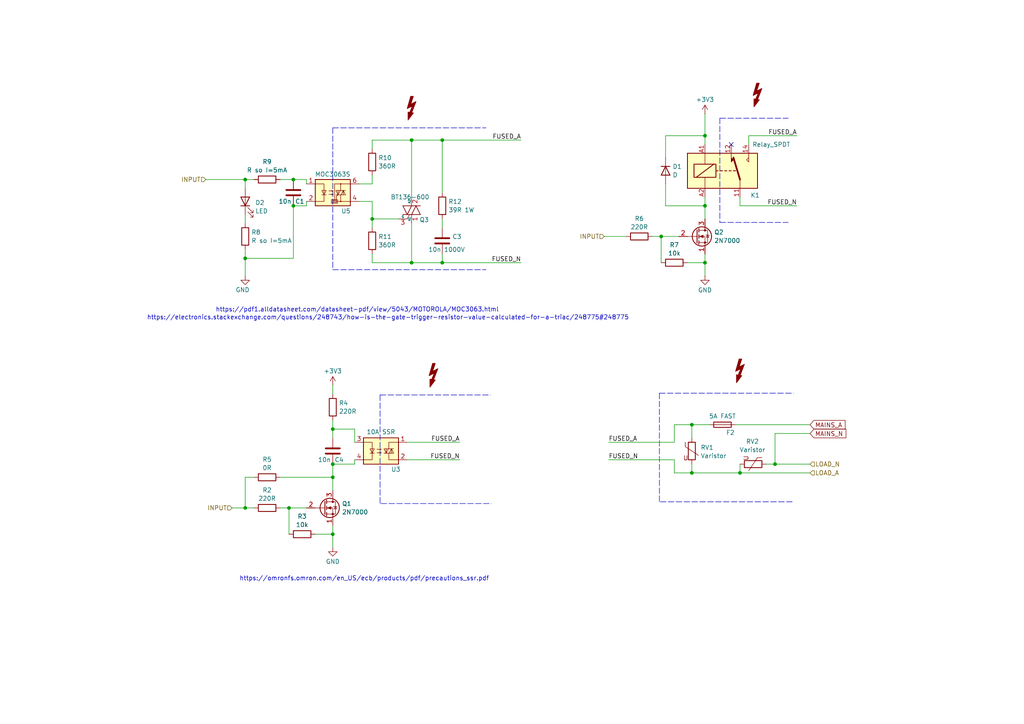
<source format=kicad_sch>
(kicad_sch (version 20231120) (generator "eeschema") (generator_version "8.0")
  (paper "A4")
  (lib_symbols
    (symbol "Device:C" (pin_numbers hide) (pin_names (offset 0.254))
      (property "Reference" "C" (at 0.635 2.54 0))
      (property "Value" "C" (at 0.635 -2.54 0))
      (symbol "C_0_1"
        (polyline (pts (xy -2.032 -0.762) (xy 2.032 -0.762)) (stroke (width 0.508)))
        (polyline (pts (xy -2.032 0.762) (xy 2.032 0.762)) (stroke (width 0.508)))
      )
      (symbol "C_1_1"
        (pin passive line (at 0 3.81 270) (length 2.794) (name "~") (number "1"))
        (pin passive line (at 0 -3.81 90) (length 2.794) (name "~") (number "2"))
      )
    )
    (symbol "Device:D" (pin_numbers hide) (pin_names (offset 1.016) hide)
      (property "Reference" "D" (at 0 2.54 0))
      (property "Value" "D" (at 0 -2.54 0))
      (symbol "D_0_1"
        (polyline (pts (xy -1.27 1.27) (xy -1.27 -1.27)) (stroke (width 0.254)))
        (polyline (pts (xy 1.27 0) (xy -1.27 0)))
        (polyline (pts (xy 1.27 1.27) (xy 1.27 -1.27) (xy -1.27 0) (xy 1.27 1.27)) (stroke (width 0.254)))
      )
      (symbol "D_1_1"
        (pin passive line (at -3.81 0 0) (length 2.54) (name "K") (number "1"))
        (pin passive line (at 3.81 0 180) (length 2.54) (name "A") (number "2"))
      )
    )
    (symbol "Device:Fuse" (pin_numbers hide) (pin_names (offset 0))
      (property "Reference" "F" (at 2.032 0 90))
      (property "Value" "Fuse" (at -1.905 0 90))
      (symbol "Fuse_0_1"
        (rectangle (start -0.762 -2.54) (end 0.762 2.54) (stroke (width 0.254)))
        (polyline (pts (xy 0 2.54) (xy 0 -2.54)))
      )
      (symbol "Fuse_1_1"
        (pin passive line (at 0 3.81 270) (length 1.27) (name "~") (number "1"))
        (pin passive line (at 0 -3.81 90) (length 1.27) (name "~") (number "2"))
      )
    )
    (symbol "Device:LED" (pin_numbers hide) (pin_names (offset 1.016) hide)
      (property "Reference" "D" (at 0 2.54 0))
      (property "Value" "LED" (at 0 -2.54 0))
      (symbol "LED_0_1"
        (polyline (pts (xy -1.27 -1.27) (xy -1.27 1.27)) (stroke (width 0.254)))
        (polyline (pts (xy -1.27 0) (xy 1.27 0)))
        (polyline (pts (xy 1.27 -1.27) (xy 1.27 1.27) (xy -1.27 0) (xy 1.27 -1.27)) (stroke (width 0.254)))
        (polyline (pts (xy -3.048 -0.762) (xy -4.572 -2.286) (xy -3.81 -2.286) (xy -4.572 -2.286) (xy -4.572 -1.524)))
        (polyline (pts (xy -1.778 -0.762) (xy -3.302 -2.286) (xy -2.54 -2.286) (xy -3.302 -2.286) (xy -3.302 -1.524)))
      )
      (symbol "LED_1_1"
        (pin passive line (at -3.81 0 0) (length 2.54) (name "K") (number "1"))
        (pin passive line (at 3.81 0 180) (length 2.54) (name "A") (number "2"))
      )
    )
    (symbol "Device:R" (pin_numbers hide) (pin_names (offset 0))
      (property "Reference" "R" (at 2.032 0 90))
      (property "Value" "R" (at 0 0 90))
      (symbol "R_0_1"
        (rectangle (start -1.016 -2.54) (end 1.016 2.54) (stroke (width 0.254)))
      )
      (symbol "R_1_1"
        (pin passive line (at 0 3.81 270) (length 1.27) (name "~") (number "1"))
        (pin passive line (at 0 -3.81 90) (length 1.27) (name "~") (number "2"))
      )
    )
    (symbol "Device:Varistor" (pin_numbers hide) (pin_names (offset 0))
      (property "Reference" "RV" (at 3.175 0 90))
      (property "Value" "Varistor" (at -3.175 0 90))
      (symbol "Varistor_0_0"
        (text "U" (at -1.778 -2.032 0) (effects (font (size 1.27 1.27))))
      )
      (symbol "Varistor_0_1"
        (rectangle (start -1.016 -2.54) (end 1.016 2.54) (stroke (width 0.254)))
        (polyline (pts (xy -1.905 2.54) (xy -1.905 1.27) (xy 1.905 -1.27)))
      )
      (symbol "Varistor_1_1"
        (pin passive line (at 0 3.81 270) (length 1.27) (name "~") (number "1"))
        (pin passive line (at 0 -3.81 90) (length 1.27) (name "~") (number "2"))
      )
    )
    (symbol "Graphic:SYM_Flash_Small" (in_bom no) (on_board no)
      (symbol "SYM_Flash_Small_0_1"
        (polyline (pts (xy 0.508 -1.016) (xy -1.016 -0.762) (xy -1.016 -3.048) (xy 0.508 -1.016)) (stroke (width 0.2032)) (fill (type outline)))
        (polyline (pts (xy -0.254 3.81) (xy 0.508 3.81) (xy -0.254 1.524) (xy 1.27 2.286) (xy 0 -1.016) (xy -0.508 -0.762) (xy 0.254 1.016) (xy -1.27 0.254) (xy -0.254 3.81)) (stroke (width 0.2032)) (fill (type outline)))
      )
    )
    (symbol "Relay:Relay_SPDT"
      (property "Reference" "K" (at 11.43 3.81 0))
      (property "Value" "Relay_SPDT" (at 11.43 1.27 0))
      (symbol "Relay_SPDT_0_0"
        (polyline (pts (xy 7.62 5.08) (xy 7.62 2.54) (xy 6.985 3.175) (xy 7.62 3.81)))
      )
      (symbol "Relay_SPDT_0_1"
        (rectangle (start -10.16 5.08) (end 10.16 -5.08) (stroke (width 0.254)) (fill (type background)))
        (rectangle (start -8.255 1.905) (end -1.905 -1.905) (stroke (width 0.254)))
        (polyline (pts (xy -7.62 -1.905) (xy -2.54 1.905)) (stroke (width 0.254)))
        (polyline (pts (xy -5.08 -5.08) (xy -5.08 -1.905)))
        (polyline (pts (xy -5.08 5.08) (xy -5.08 1.905)))
        (polyline (pts (xy -1.905 0) (xy -1.27 0)) (stroke (width 0.254)))
        (polyline (pts (xy -0.635 0) (xy 0 0)) (stroke (width 0.254)))
        (polyline (pts (xy 0.635 0) (xy 1.27 0)) (stroke (width 0.254)))
        (polyline (pts (xy 1.905 0) (xy 2.54 0)) (stroke (width 0.254)))
        (polyline (pts (xy 3.175 0) (xy 3.81 0)) (stroke (width 0.254)))
        (polyline (pts (xy 5.08 -2.54) (xy 3.175 3.81)) (stroke (width 0.508)))
        (polyline (pts (xy 5.08 -2.54) (xy 5.08 -5.08)))
        (polyline (pts (xy 2.54 5.08) (xy 2.54 2.54) (xy 3.175 3.175) (xy 2.54 3.81)) (fill (type outline)))
      )
      (symbol "Relay_SPDT_1_1"
        (pin passive line (at 5.08 -7.62 90) (length 2.54) (name "~") (number "11"))
        (pin passive line (at 2.54 7.62 270) (length 2.54) (name "~") (number "12"))
        (pin passive line (at 7.62 7.62 270) (length 2.54) (name "~") (number "14"))
        (pin passive line (at -5.08 7.62 270) (length 2.54) (name "~") (number "A1"))
        (pin passive line (at -5.08 -7.62 90) (length 2.54) (name "~") (number "A2"))
      )
    )
    (symbol "Relay_SolidState:MOC3063M"
      (property "Reference" "U" (at -5.08 5.08 0))
      (property "Value" "MOC3063M" (at 0 5.08 0))
      (symbol "MOC3063M_0_0"
        (rectangle (start -0.381 -2.032) (end 1.397 -3.048))
        (polyline (pts (xy 2.286 -2.54) (xy 1.397 -2.54)))
        (polyline (pts (xy 1.524 -0.635) (xy 1.016 -1.016) (xy 1.016 -2.032)))
        (text "ZCD" (at 0.508 -2.54 0) (effects (font (size 0.508 0.508))))
      )
      (symbol "MOC3063M_0_1"
        (rectangle (start -5.08 3.81) (end 5.08 -3.81) (stroke (width 0.254)) (fill (type background)))
        (polyline (pts (xy -3.175 -0.635) (xy -1.905 -0.635)))
        (polyline (pts (xy 1.524 -0.635) (xy 1.524 0.635)))
        (polyline (pts (xy 3.048 0.635) (xy 3.048 -0.635)))
        (polyline (pts (xy 2.286 -0.635) (xy 2.286 -2.54) (xy 5.08 -2.54)))
        (polyline (pts (xy 2.286 0.635) (xy 2.286 2.54) (xy 5.08 2.54)))
        (polyline (pts (xy 2.286 2.54) (xy 0.508 2.54) (xy 0.508 -2.032)))
        (polyline (pts (xy -5.08 2.54) (xy -2.54 2.54) (xy -2.54 -2.54) (xy -5.08 -2.54)))
        (polyline (pts (xy -2.54 -0.635) (xy -3.175 0.635) (xy -1.905 0.635) (xy -2.54 -0.635)))
        (polyline (pts (xy 0.889 -0.635) (xy 3.683 -0.635) (xy 3.048 0.635) (xy 2.413 -0.635)))
        (polyline (pts (xy 3.683 0.635) (xy 0.889 0.635) (xy 1.524 -0.635) (xy 2.159 0.635)))
        (polyline (pts (xy -1.143 -0.508) (xy 0.127 -0.508) (xy -0.254 -0.635) (xy -0.254 -0.381) (xy 0.127 -0.508)))
        (polyline (pts (xy -1.143 0.508) (xy 0.127 0.508) (xy -0.254 0.381) (xy -0.254 0.635) (xy 0.127 0.508)))
        (circle (center 2.286 -2.54) (radius 0.127))
        (circle (center 2.286 2.54) (radius 0.127))
      )
      (symbol "MOC3063M_1_1"
        (pin passive line (at -7.62 2.54 0) (length 2.54) (name "~") (number "1"))
        (pin passive line (at -7.62 -2.54 0) (length 2.54) (name "~") (number "2"))
        (pin no_connect line (at -5.08 0 0) (length 2.54) hide (name "NC") (number "3"))
        (pin passive line (at 7.62 -2.54 180) (length 2.54) (name "~") (number "4"))
        (pin no_connect line (at 5.08 0 180) (length 2.54) hide (name "NC") (number "5"))
        (pin passive line (at 7.62 2.54 180) (length 2.54) (name "~") (number "6"))
      )
    )
    (symbol "Relay_SolidState:S202S01"
      (property "Reference" "U" (at -5.08 5.08 0))
      (property "Value" "S202S01" (at 0 5.08 0))
      (symbol "S202S01_0_1"
        (rectangle (start -5.08 3.81) (end 5.08 -3.81) (stroke (width 0.254)) (fill (type background)))
        (polyline (pts (xy -3.175 -0.635) (xy -1.905 -0.635)))
        (polyline (pts (xy 1.524 -0.635) (xy 1.524 0.635)))
        (polyline (pts (xy 3.048 0.635) (xy 3.048 -0.635)))
        (polyline (pts (xy 2.286 -0.635) (xy 2.286 -2.54) (xy 5.08 -2.54)))
        (polyline (pts (xy 2.286 0.635) (xy 2.286 2.54) (xy 5.08 2.54)))
        (polyline (pts (xy -5.08 2.54) (xy -2.54 2.54) (xy -2.54 -2.54) (xy -5.08 -2.54)))
        (polyline (pts (xy -2.54 -0.635) (xy -3.175 0.635) (xy -1.905 0.635) (xy -2.54 -0.635)))
        (polyline (pts (xy 0.889 -0.635) (xy 3.683 -0.635) (xy 3.048 0.635) (xy 2.413 -0.635)))
        (polyline (pts (xy 3.683 0.635) (xy 0.889 0.635) (xy 1.524 -0.635) (xy 2.159 0.635)))
        (polyline (pts (xy -1.143 -0.508) (xy 0.127 -0.508) (xy -0.254 -0.635) (xy -0.254 -0.381) (xy 0.127 -0.508)))
        (polyline (pts (xy -1.143 0.508) (xy 0.127 0.508) (xy -0.254 0.381) (xy -0.254 0.635) (xy 0.127 0.508)))
      )
      (symbol "S202S01_1_1"
        (pin passive line (at 7.62 2.54 180) (length 2.54) (name "~") (number "1"))
        (pin passive line (at 7.62 -2.54 180) (length 2.54) (name "~") (number "2"))
        (pin passive line (at -7.62 2.54 0) (length 2.54) (name "~") (number "3"))
        (pin passive line (at -7.62 -2.54 0) (length 2.54) (name "~") (number "4"))
      )
    )
    (symbol "Transistor_FET:2N7000" (pin_names hide)
      (property "Reference" "Q" (at 5.08 1.905 0))
      (property "Value" "2N7000" (at 5.08 0 0))
      (symbol "2N7000_0_1"
        (polyline (pts (xy 0.254 0) (xy -2.54 0)))
        (polyline (pts (xy 0.254 1.905) (xy 0.254 -1.905)) (stroke (width 0.254)))
        (polyline (pts (xy 0.762 -1.27) (xy 0.762 -2.286)) (stroke (width 0.254)))
        (polyline (pts (xy 0.762 0.508) (xy 0.762 -0.508)) (stroke (width 0.254)))
        (polyline (pts (xy 0.762 2.286) (xy 0.762 1.27)) (stroke (width 0.254)))
        (polyline (pts (xy 2.54 2.54) (xy 2.54 1.778)))
        (polyline (pts (xy 2.54 -2.54) (xy 2.54 0) (xy 0.762 0)))
        (polyline (pts (xy 0.762 -1.778) (xy 3.302 -1.778) (xy 3.302 1.778) (xy 0.762 1.778)))
        (polyline (pts (xy 1.016 0) (xy 2.032 0.381) (xy 2.032 -0.381) (xy 1.016 0)) (fill (type outline)))
        (polyline (pts (xy 2.794 0.508) (xy 2.921 0.381) (xy 3.683 0.381) (xy 3.81 0.254)))
        (polyline (pts (xy 3.302 0.381) (xy 2.921 -0.254) (xy 3.683 -0.254) (xy 3.302 0.381)))
        (circle (center 1.651 0) (radius 2.794) (stroke (width 0.254)))
        (circle (center 2.54 -1.778) (radius 0.254) (fill (type outline)))
        (circle (center 2.54 1.778) (radius 0.254) (fill (type outline)))
      )
      (symbol "2N7000_1_1"
        (pin passive line (at 2.54 -5.08 90) (length 2.54) (name "S") (number "1"))
        (pin input line (at -5.08 0 0) (length 2.54) (name "G") (number "2"))
        (pin passive line (at 2.54 5.08 270) (length 2.54) (name "D") (number "3"))
      )
    )
    (symbol "Triac_Thyristor:BT136-600" (pin_names (offset 0))
      (property "Reference" "Q" (at 5.08 1.905 0))
      (property "Value" "BT136-600" (at 5.08 0 0))
      (symbol "BT136-600_0_1"
        (polyline (pts (xy -2.54 -1.27) (xy 2.54 -1.27)) (stroke (width 0.2032)))
        (polyline (pts (xy -2.54 1.27) (xy 2.54 1.27)) (stroke (width 0.2032)))
        (polyline (pts (xy -1.27 -2.54) (xy -0.635 -1.27)))
        (polyline (pts (xy -2.54 1.27) (xy -1.27 -1.27) (xy 0 1.27)) (stroke (width 0.2032)))
        (polyline (pts (xy 0 -1.27) (xy 1.27 1.27) (xy 2.54 -1.27)) (stroke (width 0.2032)))
      )
      (symbol "BT136-600_1_1"
        (pin passive line (at 0 -3.81 90) (length 2.54) (name "A1") (number "1"))
        (pin passive line (at 0 3.81 270) (length 2.54) (name "A2") (number "2"))
        (pin input line (at -3.81 -2.54 0) (length 2.54) (name "G") (number "3"))
      )
    )
    (symbol "power:+3V3" (power) (pin_numbers hide) (pin_names (offset 0) hide)
      (property "Value" "+3V3" (at 0 3.556 0))
      (symbol "+3V3_0_1"
        (polyline (pts (xy -0.762 1.27) (xy 0 2.54)))
        (polyline (pts (xy 0 0) (xy 0 2.54)))
        (polyline (pts (xy 0 2.54) (xy 0.762 1.27)))
      )
      (symbol "+3V3_1_1"
        (pin power_in line (at 0 0 90) (length 0) (name "~") (number "1"))
      )
    )
    (symbol "power:GND" (power) (pin_numbers hide) (pin_names (offset 0) hide)
      (property "Value" "GND" (at 0 -3.81 0))
      (symbol "GND_0_1"
        (polyline (pts (xy 0 0) (xy 0 -1.27) (xy 1.27 -1.27) (xy 0 -2.54) (xy -1.27 -1.27) (xy 0 -1.27)))
      )
      (symbol "GND_1_1"
        (pin power_in line (at 0 0 270) (length 0) (name "~") (number "1"))
      )
    )
  )
  (junction (at 85.09 59.69))
  (junction (at 200.66 123.19))
  (junction (at 214.63 137.16))
  (junction (at 96.52 124.46))
  (junction (at 204.47 39.37))
  (junction (at 83.82 147.32))
  (junction (at 191.77 68.58))
  (junction (at 200.66 137.16))
  (junction (at 119.38 40.64))
  (junction (at 71.12 52.07))
  (junction (at 107.95 63.5))
  (junction (at 204.47 76.2))
  (junction (at 71.12 147.32))
  (junction (at 96.52 138.43))
  (junction (at 224.79 134.62))
  (junction (at 128.27 76.2))
  (junction (at 96.52 134.62))
  (junction (at 96.52 154.94))
  (junction (at 128.27 40.64))
  (junction (at 204.47 59.69))
  (junction (at 85.09 52.07))
  (junction (at 119.38 76.2))
  (junction (at 71.12 74.93))
  (no_connect (at 212.09 41.91))
  (wire (pts (xy 200.66 137.16) (xy 214.63 137.16)))
  (polyline (pts (xy 208.788 64.516) (xy 228.6 64.516)) (stroke (width 0) (type dash)))
  (wire (pts (xy 193.04 39.37) (xy 193.04 45.72)))
  (wire (pts (xy 83.82 147.32) (xy 88.9 147.32)))
  (wire (pts (xy 204.47 57.15) (xy 204.47 59.69)))
  (wire (pts (xy 224.79 125.73) (xy 234.95 125.73)))
  (wire (pts (xy 88.9 52.07) (xy 85.09 52.07)))
  (wire (pts (xy 107.95 73.66) (xy 107.95 76.2)))
  (wire (pts (xy 128.27 73.66) (xy 128.27 76.2)))
  (wire (pts (xy 128.27 63.5) (xy 128.27 66.04)))
  (wire (pts (xy 59.69 52.07) (xy 71.12 52.07)))
  (polyline (pts (xy 191.262 114.046) (xy 191.262 145.542)) (stroke (width 0) (type dash)))
  (wire (pts (xy 96.52 154.94) (xy 96.52 158.75)))
  (wire (pts (xy 88.9 53.34) (xy 88.9 52.07)))
  (wire (pts (xy 193.04 39.37) (xy 204.47 39.37)))
  (wire (pts (xy 234.95 123.19) (xy 213.36 123.19)))
  (wire (pts (xy 71.12 74.93) (xy 85.09 74.93)))
  (polyline (pts (xy 110.236 114.554) (xy 110.236 146.05)) (stroke (width 0) (type dash)))
  (wire (pts (xy 118.11 133.35) (xy 133.35 133.35)))
  (wire (pts (xy 83.82 147.32) (xy 83.82 154.94)))
  (wire (pts (xy 222.25 134.62) (xy 224.79 134.62)))
  (polyline (pts (xy 96.52 37.084) (xy 140.97 37.084)) (stroke (width 0) (type dash)))
  (wire (pts (xy 96.52 124.46) (xy 96.52 127)))
  (wire (pts (xy 191.77 68.58) (xy 191.77 76.2)))
  (wire (pts (xy 204.47 73.66) (xy 204.47 76.2)))
  (polyline (pts (xy 96.52 37.084) (xy 96.52 78.232)) (stroke (width 0) (type dash)))
  (wire (pts (xy 217.17 39.37) (xy 231.14 39.37)))
  (wire (pts (xy 71.12 138.43) (xy 71.12 147.32)))
  (wire (pts (xy 199.39 76.2) (xy 204.47 76.2)))
  (wire (pts (xy 214.63 57.15) (xy 214.63 59.69)))
  (wire (pts (xy 204.47 39.37) (xy 204.47 41.91)))
  (wire (pts (xy 176.53 128.27) (xy 195.58 128.27)))
  (wire (pts (xy 118.11 128.27) (xy 133.35 128.27)))
  (wire (pts (xy 107.95 58.42) (xy 107.95 63.5)))
  (polyline (pts (xy 96.52 78.232) (xy 140.97 78.232)) (stroke (width 0) (type dash)))
  (wire (pts (xy 214.63 59.69) (xy 231.14 59.69)))
  (wire (pts (xy 191.77 68.58) (xy 196.85 68.58)))
  (wire (pts (xy 119.38 76.2) (xy 128.27 76.2)))
  (wire (pts (xy 200.66 134.62) (xy 200.66 137.16)))
  (wire (pts (xy 88.9 59.69) (xy 85.09 59.69)))
  (wire (pts (xy 224.79 134.62) (xy 224.79 125.73)))
  (polyline (pts (xy 110.49 146.05) (xy 142.494 146.05)) (stroke (width 0) (type dash)))
  (wire (pts (xy 102.87 134.62) (xy 102.87 133.35)))
  (wire (pts (xy 71.12 74.93) (xy 71.12 80.01)))
  (wire (pts (xy 96.52 124.46) (xy 102.87 124.46)))
  (wire (pts (xy 73.66 138.43) (xy 71.12 138.43)))
  (wire (pts (xy 107.95 50.8) (xy 107.95 53.34)))
  (wire (pts (xy 128.27 40.64) (xy 151.13 40.64)))
  (wire (pts (xy 71.12 72.39) (xy 71.12 74.93)))
  (wire (pts (xy 71.12 62.23) (xy 71.12 64.77)))
  (polyline (pts (xy 208.788 34.29) (xy 208.788 64.516)) (stroke (width 0) (type dash)))
  (wire (pts (xy 107.95 63.5) (xy 107.95 66.04)))
  (wire (pts (xy 214.63 134.62) (xy 214.63 137.16)))
  (wire (pts (xy 119.38 40.64) (xy 128.27 40.64)))
  (wire (pts (xy 96.52 152.4) (xy 96.52 154.94)))
  (wire (pts (xy 128.27 76.2) (xy 151.13 76.2)))
  (wire (pts (xy 104.14 53.34) (xy 107.95 53.34)))
  (wire (pts (xy 96.52 138.43) (xy 96.52 142.24)))
  (wire (pts (xy 128.27 40.64) (xy 128.27 55.88)))
  (wire (pts (xy 217.17 41.91) (xy 217.17 39.37)))
  (polyline (pts (xy 110.236 114.554) (xy 142.24 114.554)) (stroke (width 0) (type dash)))
  (wire (pts (xy 81.28 147.32) (xy 83.82 147.32)))
  (wire (pts (xy 204.47 76.2) (xy 204.47 80.01)))
  (wire (pts (xy 200.66 123.19) (xy 195.58 123.19)))
  (wire (pts (xy 67.31 147.32) (xy 71.12 147.32)))
  (wire (pts (xy 71.12 52.07) (xy 71.12 54.61)))
  (wire (pts (xy 104.14 58.42) (xy 107.95 58.42)))
  (wire (pts (xy 193.04 59.69) (xy 204.47 59.69)))
  (wire (pts (xy 102.87 124.46) (xy 102.87 128.27)))
  (wire (pts (xy 195.58 123.19) (xy 195.58 128.27)))
  (wire (pts (xy 107.95 76.2) (xy 119.38 76.2)))
  (wire (pts (xy 234.95 134.62) (xy 224.79 134.62)))
  (wire (pts (xy 81.28 138.43) (xy 96.52 138.43)))
  (wire (pts (xy 88.9 58.42) (xy 88.9 59.69)))
  (polyline (pts (xy 191.262 114.046) (xy 230.124 114.046)) (stroke (width 0) (type dash)))
  (wire (pts (xy 96.52 134.62) (xy 102.87 134.62)))
  (wire (pts (xy 71.12 147.32) (xy 73.66 147.32)))
  (wire (pts (xy 96.52 111.76) (xy 96.52 114.3)))
  (wire (pts (xy 193.04 59.69) (xy 193.04 53.34)))
  (wire (pts (xy 119.38 76.2) (xy 119.38 64.77)))
  (wire (pts (xy 107.95 40.64) (xy 119.38 40.64)))
  (polyline (pts (xy 191.516 145.542) (xy 230.124 145.542)) (stroke (width 0) (type dash)))
  (wire (pts (xy 71.12 52.07) (xy 73.66 52.07)))
  (wire (pts (xy 96.52 134.62) (xy 96.52 138.43)))
  (wire (pts (xy 176.53 133.35) (xy 195.58 133.35)))
  (wire (pts (xy 85.09 59.69) (xy 85.09 74.93)))
  (wire (pts (xy 91.44 154.94) (xy 96.52 154.94)))
  (wire (pts (xy 204.47 33.02) (xy 204.47 39.37)))
  (wire (pts (xy 214.63 137.16) (xy 234.95 137.16)))
  (wire (pts (xy 107.95 40.64) (xy 107.95 43.18)))
  (wire (pts (xy 119.38 40.64) (xy 119.38 57.15)))
  (wire (pts (xy 204.47 59.69) (xy 204.47 63.5)))
  (wire (pts (xy 195.58 137.16) (xy 195.58 133.35)))
  (wire (pts (xy 205.74 123.19) (xy 200.66 123.19)))
  (wire (pts (xy 175.26 68.58) (xy 181.61 68.58)))
  (polyline (pts (xy 208.788 34.29) (xy 228.6 34.29)) (stroke (width 0) (type dash)))
  (wire (pts (xy 200.66 123.19) (xy 200.66 127)))
  (wire (pts (xy 81.28 52.07) (xy 85.09 52.07)))
  (wire (pts (xy 107.95 63.5) (xy 115.57 63.5)))
  (wire (pts (xy 189.23 68.58) (xy 191.77 68.58)))
  (wire (pts (xy 96.52 121.92) (xy 96.52 124.46)))
  (wire (pts (xy 195.58 137.16) (xy 200.66 137.16)))
  (text "https://pdf1.alldatasheet.com/datasheet-pdf/view/5043/MOTOROLA/MOC3063.html" (at 103.632 89.916 0) (effects (font (size 1.27 1.27))))
  (text "https://electronics.stackexchange.com/questions/248743/how-is-the-gate-trigger-resistor-value-calculated-for-a-triac/248775#248775" (at 112.522 92.202 0) (effects (font (size 1.27 1.27))))
  (text "https://omronfs.omron.com/en_US/ecb/products/pdf/precautions_ssr.pdf" (at 105.664 167.894 0) (effects (font (size 1.27 1.27))))
  (label "FUSED_A" (at 176.53 128.27 0))
  (label "FUSED_N" (at 133.35 133.35 180))
  (label "FUSED_A" (at 133.35 128.27 180))
  (label "FUSED_A" (at 151.13 40.64 180))
  (label "FUSED_A" (at 231.14 39.37 180))
  (label "FUSED_N" (at 231.14 59.69 180))
  (label "FUSED_N" (at 176.53 133.35 0))
  (label "FUSED_N" (at 151.13 76.2 180))
  (global_label "MAINS_A" (shape input) (at 234.95 123.19 0) (property "Intersheetrefs" "${INTERSHEET_REFS}" (effects (hide yes))))
  (global_label "MAINS_N" (shape input) (at 234.95 125.73 0) (property "Intersheetrefs" "${INTERSHEET_REFS}" (effects (hide yes))))
  (hierarchical_label "INPUT" (shape input) (at 67.31 147.32 180))
  (hierarchical_label "LOAD_A" (shape input) (at 234.95 137.16 0))
  (hierarchical_label "LOAD_N" (shape input) (at 234.95 134.62 0))
  (hierarchical_label "INPUT" (shape input) (at 175.26 68.58 180))
  (hierarchical_label "INPUT" (shape input) (at 59.69 52.07 180))
  (symbol (lib_id "Triac_Thyristor:BT136-600") (at 119.38 60.96 0) (unit 1)
    (property "Reference" "Q3" (at 121.666 63.754 0) (effects (justify left)))
    (property "Value" "BT136-600" (at 113.284 57.15 0) (effects (justify left)))
    (property "Footprint" "Package_TO_SOT_SMD:TO-252-2" (effects (hide yes)))
    (property "Datasheet" "http://www.micropik.com/PDF/BT136-600.pdf" (effects (hide yes)))
    (property "Description" "4A RMS, 500V Off-State Voltage, Triac, TO-220" (effects (hide yes)))
    (property "LCSC" "C5455738" (effects (hide yes)))
    (instances (project "panoboard2" (path "" (reference "Q3") (unit 1)) (path "" (reference "Q5") (unit 1))))
  )
  (symbol (lib_id "Device:R") (at 185.42 68.58 90) (unit 1)
    (property "Reference" "R6" (at 185.42 63.4195 90))
    (property "Value" "220R" (at 185.42 65.8438 90))
    (property "Description" "Resistor" (effects (hide yes)))
    (instances (project "panoboard2" (path "" (reference "R6") (unit 1)) (path "" (reference "R22") (unit 1))))
  )
  (symbol (lib_id "Device:R") (at 107.95 69.85 0) (unit 1)
    (property "Reference" "R11" (at 109.728 68.6378 0) (effects (justify left)))
    (property "Value" "360R" (at 109.728 71.0621 0) (effects (justify left)))
    (property "Description" "Resistor" (effects (hide yes)))
    (instances (project "panoboard2" (path "" (reference "R11") (unit 1)) (path "" (reference "R20") (unit 1))))
  )
  (symbol (lib_id "power:GND") (at 96.52 158.75 0) (unit 1)
    (property "Reference" "#PWR03" (effects (hide yes)))
    (property "Value" "GND" (at 96.52 162.8831 0))
    (property "Description" "Power symbol creates a global label with name \"GND\" , ground" (effects (hide yes)))
    (instances (project "panoboard2" (path "" (reference "#PWR03") (unit 1)) (path "" (reference "#PWR012") (unit 1))))
  )
  (symbol (lib_id "Device:R") (at 87.63 154.94 270) (unit 1)
    (property "Reference" "R3" (at 87.63 149.7795 90))
    (property "Value" "10k" (at 87.63 152.2038 90))
    (property "Description" "Resistor" (effects (hide yes)))
    (instances (project "panoboard2" (path "" (reference "R3") (unit 1)) (path "" (reference "R17") (unit 1))))
  )
  (symbol (lib_id "Device:Varistor") (at 218.44 134.62 270) (unit 1)
    (property "Reference" "RV2" (at 218.2466 128.0481 90))
    (property "Value" "Varistor" (at 218.2466 130.4724 90))
    (property "Description" "Voltage dependent resistor" (effects (hide yes)))
    (property "Sim.Name" "kicad_builtin_varistor" (effects (hide yes)))
    (property "Sim.Device" "SUBCKT" (effects (hide yes)))
    (property "Sim.Pins" "1=A 2=B" (effects (hide yes)))
    (property "Sim.Params" "threshold=1k" (effects (hide yes)))
    (property "Sim.Library" "${KICAD7_SYMBOL_DIR}/Simulation_SPICE.sp" (effects (hide yes)))
    (property "LCSC" "C363189" (effects (hide yes)))
    (instances (project "panoboard2" (path "" (reference "RV2") (unit 1)) (path "" (reference "RV5") (unit 1))))
  )
  (symbol (lib_id "Transistor_FET:2N7000") (at 93.98 147.32 0) (unit 1)
    (property "Reference" "Q1" (at 99.187 146.1078 0) (effects (justify left)))
    (property "Value" "2N7000" (at 99.187 148.5321 0) (effects (justify left)))
    (property "Footprint" "Package_TO_SOT_THT:TO-92_Inline" (effects (hide yes)))
    (property "Datasheet" "https://www.vishay.com/docs/70226/70226.pdf" (effects (hide yes)))
    (property "Description" "0.2A Id, 200V Vds, N-Channel MOSFET, 2.6V Logic Level, TO-92" (effects (hide yes)))
    (instances (project "panoboard2" (path "" (reference "Q1") (unit 1)) (path "" (reference "Q4") (unit 1))))
  )
  (symbol (lib_id "Device:Varistor") (at 200.66 130.81 0) (unit 1)
    (property "Reference" "RV1" (at 203.2 129.7911 0) (effects (justify left)))
    (property "Value" "Varistor" (at 203.2 132.2154 0) (effects (justify left)))
    (property "Description" "Voltage dependent resistor" (effects (hide yes)))
    (property "Sim.Name" "kicad_builtin_varistor" (effects (hide yes)))
    (property "Sim.Device" "SUBCKT" (effects (hide yes)))
    (property "Sim.Pins" "1=A 2=B" (effects (hide yes)))
    (property "Sim.Params" "threshold=1k" (effects (hide yes)))
    (property "Sim.Library" "${KICAD7_SYMBOL_DIR}/Simulation_SPICE.sp" (effects (hide yes)))
    (property "LCSC" "C363189" (effects (hide yes)))
    (instances (project "panoboard2" (path "" (reference "RV1") (unit 1)) (path "" (reference "RV4") (unit 1))))
  )
  (symbol (lib_id "Device:R") (at 77.47 52.07 90) (unit 1)
    (property "Reference" "R9" (at 77.47 46.9095 90))
    (property "Value" "R so I=5mA" (at 77.47 49.3338 90))
    (property "Description" "Resistor" (effects (hide yes)))
    (instances (project "panoboard2" (path "" (reference "R9") (unit 1)) (path "" (reference "R14") (unit 1))))
  )
  (symbol (lib_id "Device:R") (at 71.12 68.58 180) (unit 1)
    (property "Reference" "R8" (at 72.898 67.3678 0) (effects (justify right)))
    (property "Value" "R so I=5mA" (at 72.898 69.7921 0) (effects (justify right)))
    (property "Description" "Resistor" (effects (hide yes)))
    (instances (project "panoboard2" (path "" (reference "R8") (unit 1)) (path "" (reference "R13") (unit 1))))
  )
  (symbol (lib_id "Device:C") (at 85.09 55.88 0) (unit 1)
    (property "Reference" "C1" (at 85.598 58.42 0) (effects (justify left)))
    (property "Value" "10n" (at 80.772 58.42 0) (effects (justify left)))
    (property "Description" "Unpolarized capacitor" (effects (hide yes)))
    (instances (project "panoboard2" (path "" (reference "C1") (unit 1)) (path "" (reference "C5") (unit 1))))
  )
  (symbol (lib_id "Graphic:SYM_Flash_Small") (at 214.63 107.95 0) (unit 1) (exclude_from_sim yes) (in_bom no) (on_board no)
    (property "Reference" "#SYM4" (effects (hide yes)))
    (property "Value" "SYM_Flash_Small" (effects (hide yes)))
    (property "Description" "Flash symbol, small" (effects (hide yes)))
    (instances (project "panoboard2" (path "" (reference "#SYM4") (unit 1)) (path "" (reference "#SYM7") (unit 1))))
  )
  (symbol (lib_id "power:GND") (at 204.47 80.01 0) (unit 1)
    (property "Reference" "#PWR07" (effects (hide yes)))
    (property "Value" "GND" (at 204.47 84.1431 0))
    (property "Description" "Power symbol creates a global label with name \"GND\" , ground" (effects (hide yes)))
    (instances (project "panoboard2" (path "" (reference "#PWR07") (unit 1)) (path "" (reference "#PWR014") (unit 1))))
  )
  (symbol (lib_id "power:GND") (at 71.12 80.01 0) (unit 1)
    (property "Reference" "#PWR08" (effects (hide yes)))
    (property "Value" "GND" (at 70.358 84.074 0))
    (property "Description" "Power symbol creates a global label with name \"GND\" , ground" (effects (hide yes)))
    (instances (project "panoboard2" (path "" (reference "#PWR08") (unit 1)) (path "" (reference "#PWR06") (unit 1))))
  )
  (symbol (lib_id "Device:LED") (at 71.12 58.42 90) (unit 1)
    (property "Reference" "D2" (at 74.041 58.7953 90) (effects (justify right)))
    (property "Value" "LED" (at 74.041 61.2196 90) (effects (justify right)))
    (property "Description" "Light emitting diode" (effects (hide yes)))
    (instances (project "panoboard2" (path "" (reference "D2") (unit 1)) (path "" (reference "D3") (unit 1))))
  )
  (symbol (lib_id "Device:D") (at 193.04 49.53 270) (unit 1)
    (property "Reference" "D1" (at 195.072 48.3178 90) (effects (justify left)))
    (property "Value" "D" (at 195.072 50.7421 90) (effects (justify left)))
    (property "Description" "Diode" (effects (hide yes)))
    (property "Sim.Device" "D" (effects (hide yes)))
    (property "Sim.Pins" "1=K 2=A" (effects (hide yes)))
    (instances (project "panoboard2" (path "" (reference "D1") (unit 1)) (path "" (reference "D4") (unit 1))))
  )
  (symbol (lib_id "Device:R") (at 128.27 59.69 0) (unit 1)
    (property "Reference" "R12" (at 130.048 58.4778 0) (effects (justify left)))
    (property "Value" "39R 1W" (at 130.048 60.9021 0) (effects (justify left)))
    (property "Description" "Resistor" (effects (hide yes)))
    (instances (project "panoboard2" (path "" (reference "R12") (unit 1)) (path "" (reference "R21") (unit 1))))
  )
  (symbol (lib_id "Graphic:SYM_Flash_Small") (at 119.38 31.75 0) (unit 1) (exclude_from_sim yes) (in_bom no) (on_board no)
    (property "Reference" "#SYM1" (effects (hide yes)))
    (property "Value" "SYM_Flash_Small" (effects (hide yes)))
    (property "Description" "Flash symbol, small" (effects (hide yes)))
    (instances (project "panoboard2" (path "" (reference "#SYM1") (unit 1)) (path "" (reference "#SYM5") (unit 1))))
  )
  (symbol (lib_id "Device:R") (at 107.95 46.99 180) (unit 1)
    (property "Reference" "R10" (at 109.728 45.7778 0) (effects (justify right)))
    (property "Value" "360R" (at 109.728 48.2021 0) (effects (justify right)))
    (property "Description" "Resistor" (effects (hide yes)))
    (instances (project "panoboard2" (path "" (reference "R10") (unit 1)) (path "" (reference "R19") (unit 1))))
  )
  (symbol (lib_id "Relay_SolidState:S202S01") (at 110.49 130.81 0) (unit 1)
    (property "Reference" "U3" (at 114.808 136.144 0))
    (property "Value" "10A SSR" (at 110.49 125.2798 0))
    (property "Footprint" "Package_SIP:SIP4_Sharp-SSR_P7.62mm_Straight" (effects (hide yes)))
    (property "Datasheet" "http://www.sharp-world.com/products/device/lineup/data/pdf/datasheet/s102s01_e.pdf" (effects (hide yes)))
    (property "Description" "Random Phase Opto-Triac, Vdrm 600V, Ift 8mA, IT 8A" (effects (hide yes)))
    (instances (project "panoboard2" (path "" (reference "U3") (unit 1)) (path "" (reference "U7") (unit 1))))
  )
  (symbol (lib_id "Device:R") (at 96.52 118.11 180) (unit 1)
    (property "Reference" "R4" (at 98.298 116.8978 0) (effects (justify right)))
    (property "Value" "220R" (at 98.298 119.3221 0) (effects (justify right)))
    (property "Description" "Resistor" (effects (hide yes)))
    (instances (project "panoboard2" (path "" (reference "R4") (unit 1)) (path "" (reference "R18") (unit 1))))
  )
  (symbol (lib_id "Device:R") (at 77.47 147.32 90) (unit 1)
    (property "Reference" "R2" (at 77.47 142.1595 90))
    (property "Value" "220R" (at 77.47 144.5838 90))
    (property "Description" "Resistor" (effects (hide yes)))
    (instances (project "panoboard2" (path "" (reference "R2") (unit 1)) (path "" (reference "R16") (unit 1))))
  )
  (symbol (lib_id "Graphic:SYM_Flash_Small") (at 125.73 109.22 0) (unit 1) (exclude_from_sim yes) (in_bom no) (on_board no)
    (property "Reference" "#SYM3" (effects (hide yes)))
    (property "Value" "SYM_Flash_Small" (effects (hide yes)))
    (property "Description" "Flash symbol, small" (effects (hide yes)))
    (instances (project "panoboard2" (path "" (reference "#SYM3") (unit 1)) (path "" (reference "#SYM6") (unit 1))))
  )
  (symbol (lib_id "Transistor_FET:2N7000") (at 201.93 68.58 0) (unit 1)
    (property "Reference" "Q2" (at 207.137 67.3678 0) (effects (justify left)))
    (property "Value" "2N7000" (at 207.137 69.7921 0) (effects (justify left)))
    (property "Footprint" "Package_TO_SOT_THT:TO-92_Inline" (effects (hide yes)))
    (property "Datasheet" "https://www.vishay.com/docs/70226/70226.pdf" (effects (hide yes)))
    (property "Description" "0.2A Id, 200V Vds, N-Channel MOSFET, 2.6V Logic Level, TO-92" (effects (hide yes)))
    (instances (project "panoboard2" (path "" (reference "Q2") (unit 1)) (path "" (reference "Q6") (unit 1))))
  )
  (symbol (lib_id "power:+3V3") (at 204.47 33.02 0) (unit 1)
    (property "Reference" "#PWR013" (effects (hide yes)))
    (property "Value" "+3V3" (at 204.47 28.8869 0))
    (property "Description" "Power symbol creates a global label with name \"+3V3\"" (effects (hide yes)))
  )
  (symbol (lib_id "power:+3V3") (at 96.52 111.76 0) (unit 1)
    (property "Reference" "#PWR05" (effects (hide yes)))
    (property "Value" "+3V3" (at 96.52 107.6269 0))
    (property "Description" "Power symbol creates a global label with name \"+3V3\"" (effects (hide yes)))
    (instances (project "panoboard2" (path "" (reference "#PWR05") (unit 1)) (path "" (reference "#PWR010") (unit 1))))
  )
  (symbol (lib_id "Device:C") (at 128.27 69.85 0) (unit 1)
    (property "Reference" "C3" (at 131.191 68.6378 0) (effects (justify left)))
    (property "Value" "10n 1000V" (at 124.206 72.39 0) (effects (justify left)))
    (property "Description" "Unpolarized capacitor" (effects (hide yes)))
    (instances (project "panoboard2" (path "" (reference "C3") (unit 1)) (path "" (reference "C7") (unit 1))))
  )
  (symbol (lib_id "Device:Fuse") (at 209.55 123.19 90) (unit 1)
    (property "Reference" "F2" (at 211.836 125.476 90))
    (property "Value" "5A FAST" (at 209.55 120.7078 90))
    (property "Description" "Fuse" (effects (hide yes)))
    (instances (project "panoboard2" (path "" (reference "F2") (unit 1)) (path "" (reference "F4") (unit 1))))
  )
  (symbol (lib_id "Graphic:SYM_Flash_Small") (at 219.71 27.94 0) (unit 1) (exclude_from_sim yes) (in_bom no) (on_board no)
    (property "Reference" "#SYM2" (effects (hide yes)))
    (property "Value" "SYM_Flash_Small" (effects (hide yes)))
    (property "Description" "Flash symbol, small" (effects (hide yes)))
    (instances (project "panoboard2" (path "" (reference "#SYM2") (unit 1)) (path "" (reference "#SYM8") (unit 1))))
  )
  (symbol (lib_id "Device:R") (at 195.58 76.2 270) (unit 1)
    (property "Reference" "R7" (at 195.58 71.0395 90))
    (property "Value" "10k" (at 195.58 73.4638 90))
    (property "Description" "Resistor" (effects (hide yes)))
    (instances (project "panoboard2" (path "" (reference "R7") (unit 1)) (path "" (reference "R23") (unit 1))))
  )
  (symbol (lib_id "Device:R") (at 77.47 138.43 90) (unit 1)
    (property "Reference" "R5" (at 77.47 133.2695 90))
    (property "Value" "0R" (at 77.47 135.6938 90))
    (property "Description" "Resistor" (effects (hide yes)))
    (instances (project "panoboard2" (path "" (reference "R5") (unit 1)) (path "" (reference "R15") (unit 1))))
  )
  (symbol (lib_id "Device:C") (at 96.52 130.81 0) (unit 1)
    (property "Reference" "C4" (at 97.028 133.35 0) (effects (justify left)))
    (property "Value" "10n" (at 92.202 133.35 0) (effects (justify left)))
    (property "Description" "Unpolarized capacitor" (effects (hide yes)))
    (instances (project "panoboard2" (path "" (reference "C4") (unit 1)) (path "" (reference "C6") (unit 1))))
  )
  (symbol (lib_id "Relay:Relay_SPDT") (at 209.55 49.53 0) (unit 1)
    (property "Reference" "K1" (at 217.678 56.642 0) (effects (justify left)))
    (property "Value" "Relay_SPDT" (at 218.186 41.91 0) (effects (justify left)))
    (property "Description" "Monostable Relay SPDT, EN50005" (effects (hide yes)))
    (instances (project "panoboard2" (path "" (reference "K1") (unit 1)) (path "" (reference "K2") (unit 1))))
  )
  (symbol (lib_id "Relay_SolidState:MOC3063M") (at 96.52 55.88 0) (unit 1)
    (property "Reference" "U5" (at 100.33 61.214 0))
    (property "Value" "MOC3063S" (at 96.52 50.546 0))
    (property "Datasheet" "https://www.onsemi.com/pub/Collateral/MOC3163M-D.pdf" (effects (hide yes)))
    (property "Description" "Zero Cross Opto-Triac, Vdrm 600V, Ift 5mA, DIP6" (effects (hide yes)))
    (property "LCSC" "C77950" (effects (hide yes)))
    (instances (project "panoboard2" (path "" (reference "U5") (unit 1)) (path "" (reference "U6") (unit 1))))
  )
)
</source>
